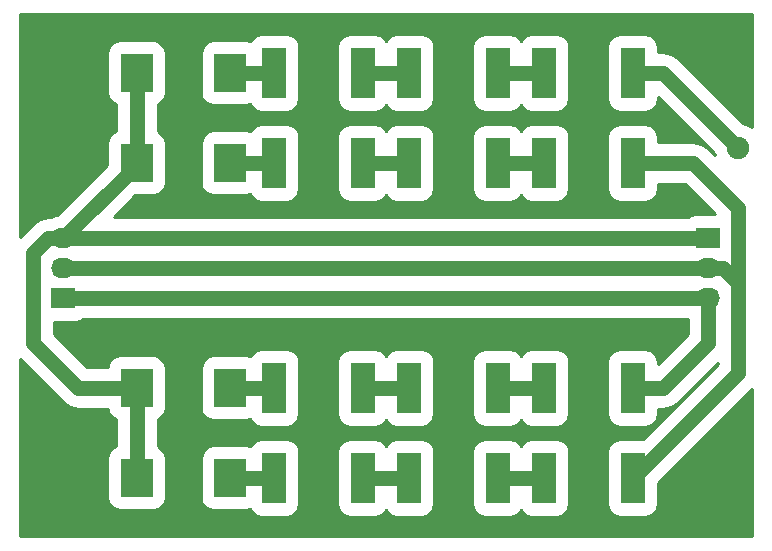
<source format=gbr>
G04 #@! TF.FileFunction,Copper,L1,Top,Signal*
%FSLAX46Y46*%
G04 Gerber Fmt 4.6, Leading zero omitted, Abs format (unit mm)*
G04 Created by KiCad (PCBNEW 4.0.1-stable) date Tuesday, February 02, 2016 'pmt' 10:50:14 pm*
%MOMM*%
G01*
G04 APERTURE LIST*
%ADD10C,0.100000*%
%ADD11R,2.032000X1.727200*%
%ADD12O,2.032000X1.727200*%
%ADD13R,2.700000X3.200000*%
%ADD14R,1.100000X4.300000*%
%ADD15R,2.000000X4.300000*%
%ADD16C,3.000000*%
%ADD17C,5.000000*%
%ADD18C,1.905000*%
%ADD19C,1.270000*%
%ADD20C,0.254000*%
G04 APERTURE END LIST*
D10*
D11*
X134620000Y-101600000D03*
D12*
X134620000Y-99060000D03*
X134620000Y-96520000D03*
D11*
X189230000Y-96520000D03*
D12*
X189230000Y-99060000D03*
X189230000Y-101600000D03*
D13*
X140830000Y-82550000D03*
X148730000Y-82550000D03*
X140830000Y-109220000D03*
X148730000Y-109220000D03*
X140830000Y-90170000D03*
X148730000Y-90170000D03*
X140830000Y-116840000D03*
X148730000Y-116840000D03*
D14*
X156210000Y-109220000D03*
D15*
X152460000Y-109220000D03*
X159960000Y-109220000D03*
D16*
X156210000Y-109220000D03*
D14*
X156210000Y-116840000D03*
D15*
X152460000Y-116840000D03*
X159960000Y-116840000D03*
D16*
X156210000Y-116840000D03*
D14*
X167640000Y-116840000D03*
D15*
X163890000Y-116840000D03*
X171390000Y-116840000D03*
D16*
X167640000Y-116840000D03*
D14*
X167640000Y-109220000D03*
D15*
X163890000Y-109220000D03*
X171390000Y-109220000D03*
D16*
X167640000Y-109220000D03*
D14*
X179070000Y-109220000D03*
D15*
X175320000Y-109220000D03*
X182820000Y-109220000D03*
D16*
X179070000Y-109220000D03*
D14*
X179070000Y-116840000D03*
D15*
X175320000Y-116840000D03*
X182820000Y-116840000D03*
D16*
X179070000Y-116840000D03*
D14*
X179070000Y-82550000D03*
D15*
X175320000Y-82550000D03*
X182820000Y-82550000D03*
D16*
X179070000Y-82550000D03*
D14*
X179070000Y-90170000D03*
D15*
X175320000Y-90170000D03*
X182820000Y-90170000D03*
D16*
X179070000Y-90170000D03*
D14*
X167640000Y-90170000D03*
D15*
X163890000Y-90170000D03*
X171390000Y-90170000D03*
D16*
X167640000Y-90170000D03*
D14*
X167640000Y-82550000D03*
D15*
X163890000Y-82550000D03*
X171390000Y-82550000D03*
D16*
X167640000Y-82550000D03*
D14*
X156210000Y-82550000D03*
D15*
X152460000Y-82550000D03*
X159960000Y-82550000D03*
D16*
X156210000Y-82550000D03*
D14*
X156210000Y-90170000D03*
D15*
X152460000Y-90170000D03*
X159960000Y-90170000D03*
D16*
X156210000Y-90170000D03*
D17*
X133350000Y-119380000D03*
X190500000Y-119380000D03*
X133350000Y-80010000D03*
X190500000Y-80010000D03*
D18*
X191770000Y-88900000D03*
D19*
X152460000Y-82550000D02*
X148730000Y-82550000D01*
X163890000Y-82550000D02*
X159960000Y-82550000D01*
X175320000Y-82550000D02*
X171390000Y-82550000D01*
X185420000Y-82550000D02*
X182820000Y-82550000D01*
X191770000Y-88900000D02*
X185420000Y-82550000D01*
X182820000Y-83760000D02*
X182820000Y-82550000D01*
X182820000Y-109220000D02*
X185420000Y-109220000D01*
X189230000Y-105410000D02*
X189230000Y-101600000D01*
X185420000Y-109220000D02*
X189230000Y-105410000D01*
X134620000Y-101600000D02*
X189230000Y-101600000D01*
X148730000Y-109220000D02*
X152460000Y-109220000D01*
X159960000Y-109220000D02*
X163890000Y-109220000D01*
X171390000Y-109220000D02*
X175320000Y-109220000D01*
X148730000Y-90170000D02*
X152460000Y-90170000D01*
X159960000Y-90170000D02*
X163890000Y-90170000D01*
X171390000Y-90170000D02*
X175320000Y-90170000D01*
X182820000Y-90170000D02*
X187960000Y-90170000D01*
X191770000Y-93980000D02*
X191770000Y-100330000D01*
X187960000Y-90170000D02*
X191770000Y-93980000D01*
X182820000Y-116840000D02*
X182880000Y-116840000D01*
X182880000Y-116840000D02*
X191770000Y-107950000D01*
X191770000Y-107950000D02*
X191770000Y-100330000D01*
X191770000Y-100330000D02*
X190500000Y-99060000D01*
X190500000Y-99060000D02*
X189230000Y-99060000D01*
X189230000Y-99060000D02*
X134620000Y-99060000D01*
X152460000Y-116840000D02*
X148730000Y-116840000D01*
X163890000Y-116840000D02*
X159960000Y-116840000D01*
X175320000Y-116840000D02*
X171390000Y-116840000D01*
X140830000Y-90170000D02*
X140830000Y-90310000D01*
X140830000Y-90310000D02*
X134620000Y-96520000D01*
X140830000Y-109220000D02*
X135890000Y-109220000D01*
X133350000Y-96520000D02*
X134620000Y-96520000D01*
X132080000Y-97790000D02*
X133350000Y-96520000D01*
X132080000Y-105410000D02*
X132080000Y-97790000D01*
X135890000Y-109220000D02*
X132080000Y-105410000D01*
X140830000Y-116840000D02*
X140830000Y-109220000D01*
X140830000Y-82550000D02*
X140830000Y-90170000D01*
X189230000Y-96520000D02*
X134620000Y-96520000D01*
D20*
G36*
X187468000Y-104680156D02*
X184969079Y-107179077D01*
X184969079Y-107070000D01*
X184890494Y-106652359D01*
X184643669Y-106268781D01*
X184267056Y-106011452D01*
X183820000Y-105920921D01*
X181820000Y-105920921D01*
X181402359Y-105999506D01*
X181018781Y-106246331D01*
X180761452Y-106622944D01*
X180670921Y-107070000D01*
X180670921Y-111370000D01*
X180749506Y-111787641D01*
X180996331Y-112171219D01*
X181372944Y-112428548D01*
X181820000Y-112519079D01*
X183820000Y-112519079D01*
X184237641Y-112440494D01*
X184621219Y-112193669D01*
X184878548Y-111817056D01*
X184969079Y-111370000D01*
X184969079Y-110982000D01*
X185420000Y-110982000D01*
X186094289Y-110847876D01*
X186665922Y-110465922D01*
X190008000Y-107123844D01*
X190008000Y-107220156D01*
X183687235Y-113540921D01*
X181820000Y-113540921D01*
X181402359Y-113619506D01*
X181018781Y-113866331D01*
X180761452Y-114242944D01*
X180670921Y-114690000D01*
X180670921Y-118990000D01*
X180749506Y-119407641D01*
X180996331Y-119791219D01*
X181372944Y-120048548D01*
X181820000Y-120139079D01*
X183820000Y-120139079D01*
X184237641Y-120060494D01*
X184621219Y-119813669D01*
X184878548Y-119437056D01*
X184969079Y-118990000D01*
X184969079Y-117242765D01*
X192913000Y-109298844D01*
X192913000Y-121793000D01*
X130937000Y-121793000D01*
X130937000Y-106758844D01*
X134644078Y-110465922D01*
X135215712Y-110847876D01*
X135890000Y-110982000D01*
X138361404Y-110982000D01*
X138409506Y-111237641D01*
X138656331Y-111621219D01*
X139032944Y-111878548D01*
X139068000Y-111885647D01*
X139068000Y-114168445D01*
X139062359Y-114169506D01*
X138678781Y-114416331D01*
X138421452Y-114792944D01*
X138330921Y-115240000D01*
X138330921Y-118440000D01*
X138409506Y-118857641D01*
X138656331Y-119241219D01*
X139032944Y-119498548D01*
X139480000Y-119589079D01*
X142180000Y-119589079D01*
X142597641Y-119510494D01*
X142981219Y-119263669D01*
X143238548Y-118887056D01*
X143329079Y-118440000D01*
X143329079Y-115240000D01*
X146230921Y-115240000D01*
X146230921Y-118440000D01*
X146309506Y-118857641D01*
X146556331Y-119241219D01*
X146932944Y-119498548D01*
X147380000Y-119589079D01*
X150080000Y-119589079D01*
X150460221Y-119517535D01*
X150636331Y-119791219D01*
X151012944Y-120048548D01*
X151460000Y-120139079D01*
X153460000Y-120139079D01*
X153877641Y-120060494D01*
X154261219Y-119813669D01*
X154518548Y-119437056D01*
X154609079Y-118990000D01*
X154609079Y-114690000D01*
X157810921Y-114690000D01*
X157810921Y-118990000D01*
X157889506Y-119407641D01*
X158136331Y-119791219D01*
X158512944Y-120048548D01*
X158960000Y-120139079D01*
X160960000Y-120139079D01*
X161377641Y-120060494D01*
X161761219Y-119813669D01*
X161925790Y-119572812D01*
X162066331Y-119791219D01*
X162442944Y-120048548D01*
X162890000Y-120139079D01*
X164890000Y-120139079D01*
X165307641Y-120060494D01*
X165691219Y-119813669D01*
X165948548Y-119437056D01*
X166039079Y-118990000D01*
X166039079Y-114690000D01*
X169240921Y-114690000D01*
X169240921Y-118990000D01*
X169319506Y-119407641D01*
X169566331Y-119791219D01*
X169942944Y-120048548D01*
X170390000Y-120139079D01*
X172390000Y-120139079D01*
X172807641Y-120060494D01*
X173191219Y-119813669D01*
X173355790Y-119572812D01*
X173496331Y-119791219D01*
X173872944Y-120048548D01*
X174320000Y-120139079D01*
X176320000Y-120139079D01*
X176737641Y-120060494D01*
X177121219Y-119813669D01*
X177378548Y-119437056D01*
X177469079Y-118990000D01*
X177469079Y-114690000D01*
X177390494Y-114272359D01*
X177143669Y-113888781D01*
X176767056Y-113631452D01*
X176320000Y-113540921D01*
X174320000Y-113540921D01*
X173902359Y-113619506D01*
X173518781Y-113866331D01*
X173354210Y-114107188D01*
X173213669Y-113888781D01*
X172837056Y-113631452D01*
X172390000Y-113540921D01*
X170390000Y-113540921D01*
X169972359Y-113619506D01*
X169588781Y-113866331D01*
X169331452Y-114242944D01*
X169240921Y-114690000D01*
X166039079Y-114690000D01*
X165960494Y-114272359D01*
X165713669Y-113888781D01*
X165337056Y-113631452D01*
X164890000Y-113540921D01*
X162890000Y-113540921D01*
X162472359Y-113619506D01*
X162088781Y-113866331D01*
X161924210Y-114107188D01*
X161783669Y-113888781D01*
X161407056Y-113631452D01*
X160960000Y-113540921D01*
X158960000Y-113540921D01*
X158542359Y-113619506D01*
X158158781Y-113866331D01*
X157901452Y-114242944D01*
X157810921Y-114690000D01*
X154609079Y-114690000D01*
X154530494Y-114272359D01*
X154283669Y-113888781D01*
X153907056Y-113631452D01*
X153460000Y-113540921D01*
X151460000Y-113540921D01*
X151042359Y-113619506D01*
X150658781Y-113866331D01*
X150453628Y-114166582D01*
X150080000Y-114090921D01*
X147380000Y-114090921D01*
X146962359Y-114169506D01*
X146578781Y-114416331D01*
X146321452Y-114792944D01*
X146230921Y-115240000D01*
X143329079Y-115240000D01*
X143250494Y-114822359D01*
X143003669Y-114438781D01*
X142627056Y-114181452D01*
X142592000Y-114174353D01*
X142592000Y-111891555D01*
X142597641Y-111890494D01*
X142981219Y-111643669D01*
X143238548Y-111267056D01*
X143329079Y-110820000D01*
X143329079Y-107620000D01*
X146230921Y-107620000D01*
X146230921Y-110820000D01*
X146309506Y-111237641D01*
X146556331Y-111621219D01*
X146932944Y-111878548D01*
X147380000Y-111969079D01*
X150080000Y-111969079D01*
X150460221Y-111897535D01*
X150636331Y-112171219D01*
X151012944Y-112428548D01*
X151460000Y-112519079D01*
X153460000Y-112519079D01*
X153877641Y-112440494D01*
X154261219Y-112193669D01*
X154518548Y-111817056D01*
X154609079Y-111370000D01*
X154609079Y-107070000D01*
X157810921Y-107070000D01*
X157810921Y-111370000D01*
X157889506Y-111787641D01*
X158136331Y-112171219D01*
X158512944Y-112428548D01*
X158960000Y-112519079D01*
X160960000Y-112519079D01*
X161377641Y-112440494D01*
X161761219Y-112193669D01*
X161925790Y-111952812D01*
X162066331Y-112171219D01*
X162442944Y-112428548D01*
X162890000Y-112519079D01*
X164890000Y-112519079D01*
X165307641Y-112440494D01*
X165691219Y-112193669D01*
X165948548Y-111817056D01*
X166039079Y-111370000D01*
X166039079Y-107070000D01*
X169240921Y-107070000D01*
X169240921Y-111370000D01*
X169319506Y-111787641D01*
X169566331Y-112171219D01*
X169942944Y-112428548D01*
X170390000Y-112519079D01*
X172390000Y-112519079D01*
X172807641Y-112440494D01*
X173191219Y-112193669D01*
X173355790Y-111952812D01*
X173496331Y-112171219D01*
X173872944Y-112428548D01*
X174320000Y-112519079D01*
X176320000Y-112519079D01*
X176737641Y-112440494D01*
X177121219Y-112193669D01*
X177378548Y-111817056D01*
X177469079Y-111370000D01*
X177469079Y-107070000D01*
X177390494Y-106652359D01*
X177143669Y-106268781D01*
X176767056Y-106011452D01*
X176320000Y-105920921D01*
X174320000Y-105920921D01*
X173902359Y-105999506D01*
X173518781Y-106246331D01*
X173354210Y-106487188D01*
X173213669Y-106268781D01*
X172837056Y-106011452D01*
X172390000Y-105920921D01*
X170390000Y-105920921D01*
X169972359Y-105999506D01*
X169588781Y-106246331D01*
X169331452Y-106622944D01*
X169240921Y-107070000D01*
X166039079Y-107070000D01*
X165960494Y-106652359D01*
X165713669Y-106268781D01*
X165337056Y-106011452D01*
X164890000Y-105920921D01*
X162890000Y-105920921D01*
X162472359Y-105999506D01*
X162088781Y-106246331D01*
X161924210Y-106487188D01*
X161783669Y-106268781D01*
X161407056Y-106011452D01*
X160960000Y-105920921D01*
X158960000Y-105920921D01*
X158542359Y-105999506D01*
X158158781Y-106246331D01*
X157901452Y-106622944D01*
X157810921Y-107070000D01*
X154609079Y-107070000D01*
X154530494Y-106652359D01*
X154283669Y-106268781D01*
X153907056Y-106011452D01*
X153460000Y-105920921D01*
X151460000Y-105920921D01*
X151042359Y-105999506D01*
X150658781Y-106246331D01*
X150453628Y-106546582D01*
X150080000Y-106470921D01*
X147380000Y-106470921D01*
X146962359Y-106549506D01*
X146578781Y-106796331D01*
X146321452Y-107172944D01*
X146230921Y-107620000D01*
X143329079Y-107620000D01*
X143250494Y-107202359D01*
X143003669Y-106818781D01*
X142627056Y-106561452D01*
X142180000Y-106470921D01*
X139480000Y-106470921D01*
X139062359Y-106549506D01*
X138678781Y-106796331D01*
X138421452Y-107172944D01*
X138363727Y-107458000D01*
X136619844Y-107458000D01*
X133842000Y-104680156D01*
X133842000Y-103612679D01*
X135636000Y-103612679D01*
X136053641Y-103534094D01*
X136321083Y-103362000D01*
X187468000Y-103362000D01*
X187468000Y-104680156D01*
X187468000Y-104680156D01*
G37*
X187468000Y-104680156D02*
X184969079Y-107179077D01*
X184969079Y-107070000D01*
X184890494Y-106652359D01*
X184643669Y-106268781D01*
X184267056Y-106011452D01*
X183820000Y-105920921D01*
X181820000Y-105920921D01*
X181402359Y-105999506D01*
X181018781Y-106246331D01*
X180761452Y-106622944D01*
X180670921Y-107070000D01*
X180670921Y-111370000D01*
X180749506Y-111787641D01*
X180996331Y-112171219D01*
X181372944Y-112428548D01*
X181820000Y-112519079D01*
X183820000Y-112519079D01*
X184237641Y-112440494D01*
X184621219Y-112193669D01*
X184878548Y-111817056D01*
X184969079Y-111370000D01*
X184969079Y-110982000D01*
X185420000Y-110982000D01*
X186094289Y-110847876D01*
X186665922Y-110465922D01*
X190008000Y-107123844D01*
X190008000Y-107220156D01*
X183687235Y-113540921D01*
X181820000Y-113540921D01*
X181402359Y-113619506D01*
X181018781Y-113866331D01*
X180761452Y-114242944D01*
X180670921Y-114690000D01*
X180670921Y-118990000D01*
X180749506Y-119407641D01*
X180996331Y-119791219D01*
X181372944Y-120048548D01*
X181820000Y-120139079D01*
X183820000Y-120139079D01*
X184237641Y-120060494D01*
X184621219Y-119813669D01*
X184878548Y-119437056D01*
X184969079Y-118990000D01*
X184969079Y-117242765D01*
X192913000Y-109298844D01*
X192913000Y-121793000D01*
X130937000Y-121793000D01*
X130937000Y-106758844D01*
X134644078Y-110465922D01*
X135215712Y-110847876D01*
X135890000Y-110982000D01*
X138361404Y-110982000D01*
X138409506Y-111237641D01*
X138656331Y-111621219D01*
X139032944Y-111878548D01*
X139068000Y-111885647D01*
X139068000Y-114168445D01*
X139062359Y-114169506D01*
X138678781Y-114416331D01*
X138421452Y-114792944D01*
X138330921Y-115240000D01*
X138330921Y-118440000D01*
X138409506Y-118857641D01*
X138656331Y-119241219D01*
X139032944Y-119498548D01*
X139480000Y-119589079D01*
X142180000Y-119589079D01*
X142597641Y-119510494D01*
X142981219Y-119263669D01*
X143238548Y-118887056D01*
X143329079Y-118440000D01*
X143329079Y-115240000D01*
X146230921Y-115240000D01*
X146230921Y-118440000D01*
X146309506Y-118857641D01*
X146556331Y-119241219D01*
X146932944Y-119498548D01*
X147380000Y-119589079D01*
X150080000Y-119589079D01*
X150460221Y-119517535D01*
X150636331Y-119791219D01*
X151012944Y-120048548D01*
X151460000Y-120139079D01*
X153460000Y-120139079D01*
X153877641Y-120060494D01*
X154261219Y-119813669D01*
X154518548Y-119437056D01*
X154609079Y-118990000D01*
X154609079Y-114690000D01*
X157810921Y-114690000D01*
X157810921Y-118990000D01*
X157889506Y-119407641D01*
X158136331Y-119791219D01*
X158512944Y-120048548D01*
X158960000Y-120139079D01*
X160960000Y-120139079D01*
X161377641Y-120060494D01*
X161761219Y-119813669D01*
X161925790Y-119572812D01*
X162066331Y-119791219D01*
X162442944Y-120048548D01*
X162890000Y-120139079D01*
X164890000Y-120139079D01*
X165307641Y-120060494D01*
X165691219Y-119813669D01*
X165948548Y-119437056D01*
X166039079Y-118990000D01*
X166039079Y-114690000D01*
X169240921Y-114690000D01*
X169240921Y-118990000D01*
X169319506Y-119407641D01*
X169566331Y-119791219D01*
X169942944Y-120048548D01*
X170390000Y-120139079D01*
X172390000Y-120139079D01*
X172807641Y-120060494D01*
X173191219Y-119813669D01*
X173355790Y-119572812D01*
X173496331Y-119791219D01*
X173872944Y-120048548D01*
X174320000Y-120139079D01*
X176320000Y-120139079D01*
X176737641Y-120060494D01*
X177121219Y-119813669D01*
X177378548Y-119437056D01*
X177469079Y-118990000D01*
X177469079Y-114690000D01*
X177390494Y-114272359D01*
X177143669Y-113888781D01*
X176767056Y-113631452D01*
X176320000Y-113540921D01*
X174320000Y-113540921D01*
X173902359Y-113619506D01*
X173518781Y-113866331D01*
X173354210Y-114107188D01*
X173213669Y-113888781D01*
X172837056Y-113631452D01*
X172390000Y-113540921D01*
X170390000Y-113540921D01*
X169972359Y-113619506D01*
X169588781Y-113866331D01*
X169331452Y-114242944D01*
X169240921Y-114690000D01*
X166039079Y-114690000D01*
X165960494Y-114272359D01*
X165713669Y-113888781D01*
X165337056Y-113631452D01*
X164890000Y-113540921D01*
X162890000Y-113540921D01*
X162472359Y-113619506D01*
X162088781Y-113866331D01*
X161924210Y-114107188D01*
X161783669Y-113888781D01*
X161407056Y-113631452D01*
X160960000Y-113540921D01*
X158960000Y-113540921D01*
X158542359Y-113619506D01*
X158158781Y-113866331D01*
X157901452Y-114242944D01*
X157810921Y-114690000D01*
X154609079Y-114690000D01*
X154530494Y-114272359D01*
X154283669Y-113888781D01*
X153907056Y-113631452D01*
X153460000Y-113540921D01*
X151460000Y-113540921D01*
X151042359Y-113619506D01*
X150658781Y-113866331D01*
X150453628Y-114166582D01*
X150080000Y-114090921D01*
X147380000Y-114090921D01*
X146962359Y-114169506D01*
X146578781Y-114416331D01*
X146321452Y-114792944D01*
X146230921Y-115240000D01*
X143329079Y-115240000D01*
X143250494Y-114822359D01*
X143003669Y-114438781D01*
X142627056Y-114181452D01*
X142592000Y-114174353D01*
X142592000Y-111891555D01*
X142597641Y-111890494D01*
X142981219Y-111643669D01*
X143238548Y-111267056D01*
X143329079Y-110820000D01*
X143329079Y-107620000D01*
X146230921Y-107620000D01*
X146230921Y-110820000D01*
X146309506Y-111237641D01*
X146556331Y-111621219D01*
X146932944Y-111878548D01*
X147380000Y-111969079D01*
X150080000Y-111969079D01*
X150460221Y-111897535D01*
X150636331Y-112171219D01*
X151012944Y-112428548D01*
X151460000Y-112519079D01*
X153460000Y-112519079D01*
X153877641Y-112440494D01*
X154261219Y-112193669D01*
X154518548Y-111817056D01*
X154609079Y-111370000D01*
X154609079Y-107070000D01*
X157810921Y-107070000D01*
X157810921Y-111370000D01*
X157889506Y-111787641D01*
X158136331Y-112171219D01*
X158512944Y-112428548D01*
X158960000Y-112519079D01*
X160960000Y-112519079D01*
X161377641Y-112440494D01*
X161761219Y-112193669D01*
X161925790Y-111952812D01*
X162066331Y-112171219D01*
X162442944Y-112428548D01*
X162890000Y-112519079D01*
X164890000Y-112519079D01*
X165307641Y-112440494D01*
X165691219Y-112193669D01*
X165948548Y-111817056D01*
X166039079Y-111370000D01*
X166039079Y-107070000D01*
X169240921Y-107070000D01*
X169240921Y-111370000D01*
X169319506Y-111787641D01*
X169566331Y-112171219D01*
X169942944Y-112428548D01*
X170390000Y-112519079D01*
X172390000Y-112519079D01*
X172807641Y-112440494D01*
X173191219Y-112193669D01*
X173355790Y-111952812D01*
X173496331Y-112171219D01*
X173872944Y-112428548D01*
X174320000Y-112519079D01*
X176320000Y-112519079D01*
X176737641Y-112440494D01*
X177121219Y-112193669D01*
X177378548Y-111817056D01*
X177469079Y-111370000D01*
X177469079Y-107070000D01*
X177390494Y-106652359D01*
X177143669Y-106268781D01*
X176767056Y-106011452D01*
X176320000Y-105920921D01*
X174320000Y-105920921D01*
X173902359Y-105999506D01*
X173518781Y-106246331D01*
X173354210Y-106487188D01*
X173213669Y-106268781D01*
X172837056Y-106011452D01*
X172390000Y-105920921D01*
X170390000Y-105920921D01*
X169972359Y-105999506D01*
X169588781Y-106246331D01*
X169331452Y-106622944D01*
X169240921Y-107070000D01*
X166039079Y-107070000D01*
X165960494Y-106652359D01*
X165713669Y-106268781D01*
X165337056Y-106011452D01*
X164890000Y-105920921D01*
X162890000Y-105920921D01*
X162472359Y-105999506D01*
X162088781Y-106246331D01*
X161924210Y-106487188D01*
X161783669Y-106268781D01*
X161407056Y-106011452D01*
X160960000Y-105920921D01*
X158960000Y-105920921D01*
X158542359Y-105999506D01*
X158158781Y-106246331D01*
X157901452Y-106622944D01*
X157810921Y-107070000D01*
X154609079Y-107070000D01*
X154530494Y-106652359D01*
X154283669Y-106268781D01*
X153907056Y-106011452D01*
X153460000Y-105920921D01*
X151460000Y-105920921D01*
X151042359Y-105999506D01*
X150658781Y-106246331D01*
X150453628Y-106546582D01*
X150080000Y-106470921D01*
X147380000Y-106470921D01*
X146962359Y-106549506D01*
X146578781Y-106796331D01*
X146321452Y-107172944D01*
X146230921Y-107620000D01*
X143329079Y-107620000D01*
X143250494Y-107202359D01*
X143003669Y-106818781D01*
X142627056Y-106561452D01*
X142180000Y-106470921D01*
X139480000Y-106470921D01*
X139062359Y-106549506D01*
X138678781Y-106796331D01*
X138421452Y-107172944D01*
X138363727Y-107458000D01*
X136619844Y-107458000D01*
X133842000Y-104680156D01*
X133842000Y-103612679D01*
X135636000Y-103612679D01*
X136053641Y-103534094D01*
X136321083Y-103362000D01*
X187468000Y-103362000D01*
X187468000Y-104680156D01*
G36*
X192913000Y-87122965D02*
X192185453Y-86820862D01*
X192182704Y-86820860D01*
X186665922Y-81304078D01*
X186094289Y-80922124D01*
X185420000Y-80788000D01*
X184969079Y-80788000D01*
X184969079Y-80400000D01*
X184890494Y-79982359D01*
X184643669Y-79598781D01*
X184267056Y-79341452D01*
X183820000Y-79250921D01*
X181820000Y-79250921D01*
X181402359Y-79329506D01*
X181018781Y-79576331D01*
X180761452Y-79952944D01*
X180670921Y-80400000D01*
X180670921Y-84700000D01*
X180749506Y-85117641D01*
X180996331Y-85501219D01*
X181372944Y-85758548D01*
X181820000Y-85849079D01*
X183820000Y-85849079D01*
X184237641Y-85770494D01*
X184621219Y-85523669D01*
X184878548Y-85147056D01*
X184969079Y-84700000D01*
X184969079Y-84590923D01*
X189690253Y-89312097D01*
X189758070Y-89476226D01*
X189205922Y-88924078D01*
X188634289Y-88542124D01*
X187960000Y-88408000D01*
X184969079Y-88408000D01*
X184969079Y-88020000D01*
X184890494Y-87602359D01*
X184643669Y-87218781D01*
X184267056Y-86961452D01*
X183820000Y-86870921D01*
X181820000Y-86870921D01*
X181402359Y-86949506D01*
X181018781Y-87196331D01*
X180761452Y-87572944D01*
X180670921Y-88020000D01*
X180670921Y-92320000D01*
X180749506Y-92737641D01*
X180996331Y-93121219D01*
X181372944Y-93378548D01*
X181820000Y-93469079D01*
X183820000Y-93469079D01*
X184237641Y-93390494D01*
X184621219Y-93143669D01*
X184878548Y-92767056D01*
X184969079Y-92320000D01*
X184969079Y-91932000D01*
X187230156Y-91932000D01*
X189805477Y-94507321D01*
X188214000Y-94507321D01*
X187796359Y-94585906D01*
X187528917Y-94758000D01*
X138873844Y-94758000D01*
X140712765Y-92919079D01*
X142180000Y-92919079D01*
X142597641Y-92840494D01*
X142981219Y-92593669D01*
X143238548Y-92217056D01*
X143329079Y-91770000D01*
X143329079Y-88570000D01*
X146230921Y-88570000D01*
X146230921Y-91770000D01*
X146309506Y-92187641D01*
X146556331Y-92571219D01*
X146932944Y-92828548D01*
X147380000Y-92919079D01*
X150080000Y-92919079D01*
X150460221Y-92847535D01*
X150636331Y-93121219D01*
X151012944Y-93378548D01*
X151460000Y-93469079D01*
X153460000Y-93469079D01*
X153877641Y-93390494D01*
X154261219Y-93143669D01*
X154518548Y-92767056D01*
X154609079Y-92320000D01*
X154609079Y-88020000D01*
X157810921Y-88020000D01*
X157810921Y-92320000D01*
X157889506Y-92737641D01*
X158136331Y-93121219D01*
X158512944Y-93378548D01*
X158960000Y-93469079D01*
X160960000Y-93469079D01*
X161377641Y-93390494D01*
X161761219Y-93143669D01*
X161925790Y-92902812D01*
X162066331Y-93121219D01*
X162442944Y-93378548D01*
X162890000Y-93469079D01*
X164890000Y-93469079D01*
X165307641Y-93390494D01*
X165691219Y-93143669D01*
X165948548Y-92767056D01*
X166039079Y-92320000D01*
X166039079Y-88020000D01*
X169240921Y-88020000D01*
X169240921Y-92320000D01*
X169319506Y-92737641D01*
X169566331Y-93121219D01*
X169942944Y-93378548D01*
X170390000Y-93469079D01*
X172390000Y-93469079D01*
X172807641Y-93390494D01*
X173191219Y-93143669D01*
X173355790Y-92902812D01*
X173496331Y-93121219D01*
X173872944Y-93378548D01*
X174320000Y-93469079D01*
X176320000Y-93469079D01*
X176737641Y-93390494D01*
X177121219Y-93143669D01*
X177378548Y-92767056D01*
X177469079Y-92320000D01*
X177469079Y-88020000D01*
X177390494Y-87602359D01*
X177143669Y-87218781D01*
X176767056Y-86961452D01*
X176320000Y-86870921D01*
X174320000Y-86870921D01*
X173902359Y-86949506D01*
X173518781Y-87196331D01*
X173354210Y-87437188D01*
X173213669Y-87218781D01*
X172837056Y-86961452D01*
X172390000Y-86870921D01*
X170390000Y-86870921D01*
X169972359Y-86949506D01*
X169588781Y-87196331D01*
X169331452Y-87572944D01*
X169240921Y-88020000D01*
X166039079Y-88020000D01*
X165960494Y-87602359D01*
X165713669Y-87218781D01*
X165337056Y-86961452D01*
X164890000Y-86870921D01*
X162890000Y-86870921D01*
X162472359Y-86949506D01*
X162088781Y-87196331D01*
X161924210Y-87437188D01*
X161783669Y-87218781D01*
X161407056Y-86961452D01*
X160960000Y-86870921D01*
X158960000Y-86870921D01*
X158542359Y-86949506D01*
X158158781Y-87196331D01*
X157901452Y-87572944D01*
X157810921Y-88020000D01*
X154609079Y-88020000D01*
X154530494Y-87602359D01*
X154283669Y-87218781D01*
X153907056Y-86961452D01*
X153460000Y-86870921D01*
X151460000Y-86870921D01*
X151042359Y-86949506D01*
X150658781Y-87196331D01*
X150453628Y-87496582D01*
X150080000Y-87420921D01*
X147380000Y-87420921D01*
X146962359Y-87499506D01*
X146578781Y-87746331D01*
X146321452Y-88122944D01*
X146230921Y-88570000D01*
X143329079Y-88570000D01*
X143250494Y-88152359D01*
X143003669Y-87768781D01*
X142627056Y-87511452D01*
X142592000Y-87504353D01*
X142592000Y-85221555D01*
X142597641Y-85220494D01*
X142981219Y-84973669D01*
X143238548Y-84597056D01*
X143329079Y-84150000D01*
X143329079Y-80950000D01*
X146230921Y-80950000D01*
X146230921Y-84150000D01*
X146309506Y-84567641D01*
X146556331Y-84951219D01*
X146932944Y-85208548D01*
X147380000Y-85299079D01*
X150080000Y-85299079D01*
X150460221Y-85227535D01*
X150636331Y-85501219D01*
X151012944Y-85758548D01*
X151460000Y-85849079D01*
X153460000Y-85849079D01*
X153877641Y-85770494D01*
X154261219Y-85523669D01*
X154518548Y-85147056D01*
X154609079Y-84700000D01*
X154609079Y-80400000D01*
X157810921Y-80400000D01*
X157810921Y-84700000D01*
X157889506Y-85117641D01*
X158136331Y-85501219D01*
X158512944Y-85758548D01*
X158960000Y-85849079D01*
X160960000Y-85849079D01*
X161377641Y-85770494D01*
X161761219Y-85523669D01*
X161925790Y-85282812D01*
X162066331Y-85501219D01*
X162442944Y-85758548D01*
X162890000Y-85849079D01*
X164890000Y-85849079D01*
X165307641Y-85770494D01*
X165691219Y-85523669D01*
X165948548Y-85147056D01*
X166039079Y-84700000D01*
X166039079Y-80400000D01*
X169240921Y-80400000D01*
X169240921Y-84700000D01*
X169319506Y-85117641D01*
X169566331Y-85501219D01*
X169942944Y-85758548D01*
X170390000Y-85849079D01*
X172390000Y-85849079D01*
X172807641Y-85770494D01*
X173191219Y-85523669D01*
X173355790Y-85282812D01*
X173496331Y-85501219D01*
X173872944Y-85758548D01*
X174320000Y-85849079D01*
X176320000Y-85849079D01*
X176737641Y-85770494D01*
X177121219Y-85523669D01*
X177378548Y-85147056D01*
X177469079Y-84700000D01*
X177469079Y-80400000D01*
X177390494Y-79982359D01*
X177143669Y-79598781D01*
X176767056Y-79341452D01*
X176320000Y-79250921D01*
X174320000Y-79250921D01*
X173902359Y-79329506D01*
X173518781Y-79576331D01*
X173354210Y-79817188D01*
X173213669Y-79598781D01*
X172837056Y-79341452D01*
X172390000Y-79250921D01*
X170390000Y-79250921D01*
X169972359Y-79329506D01*
X169588781Y-79576331D01*
X169331452Y-79952944D01*
X169240921Y-80400000D01*
X166039079Y-80400000D01*
X165960494Y-79982359D01*
X165713669Y-79598781D01*
X165337056Y-79341452D01*
X164890000Y-79250921D01*
X162890000Y-79250921D01*
X162472359Y-79329506D01*
X162088781Y-79576331D01*
X161924210Y-79817188D01*
X161783669Y-79598781D01*
X161407056Y-79341452D01*
X160960000Y-79250921D01*
X158960000Y-79250921D01*
X158542359Y-79329506D01*
X158158781Y-79576331D01*
X157901452Y-79952944D01*
X157810921Y-80400000D01*
X154609079Y-80400000D01*
X154530494Y-79982359D01*
X154283669Y-79598781D01*
X153907056Y-79341452D01*
X153460000Y-79250921D01*
X151460000Y-79250921D01*
X151042359Y-79329506D01*
X150658781Y-79576331D01*
X150453628Y-79876582D01*
X150080000Y-79800921D01*
X147380000Y-79800921D01*
X146962359Y-79879506D01*
X146578781Y-80126331D01*
X146321452Y-80502944D01*
X146230921Y-80950000D01*
X143329079Y-80950000D01*
X143250494Y-80532359D01*
X143003669Y-80148781D01*
X142627056Y-79891452D01*
X142180000Y-79800921D01*
X139480000Y-79800921D01*
X139062359Y-79879506D01*
X138678781Y-80126331D01*
X138421452Y-80502944D01*
X138330921Y-80950000D01*
X138330921Y-84150000D01*
X138409506Y-84567641D01*
X138656331Y-84951219D01*
X139032944Y-85208548D01*
X139068000Y-85215647D01*
X139068000Y-87498445D01*
X139062359Y-87499506D01*
X138678781Y-87746331D01*
X138421452Y-88122944D01*
X138330921Y-88570000D01*
X138330921Y-90317235D01*
X134042562Y-94605594D01*
X133663846Y-94680925D01*
X133548495Y-94758000D01*
X133350000Y-94758000D01*
X132675711Y-94892124D01*
X132104078Y-95274078D01*
X130937000Y-96441156D01*
X130937000Y-77597000D01*
X192913000Y-77597000D01*
X192913000Y-87122965D01*
X192913000Y-87122965D01*
G37*
X192913000Y-87122965D02*
X192185453Y-86820862D01*
X192182704Y-86820860D01*
X186665922Y-81304078D01*
X186094289Y-80922124D01*
X185420000Y-80788000D01*
X184969079Y-80788000D01*
X184969079Y-80400000D01*
X184890494Y-79982359D01*
X184643669Y-79598781D01*
X184267056Y-79341452D01*
X183820000Y-79250921D01*
X181820000Y-79250921D01*
X181402359Y-79329506D01*
X181018781Y-79576331D01*
X180761452Y-79952944D01*
X180670921Y-80400000D01*
X180670921Y-84700000D01*
X180749506Y-85117641D01*
X180996331Y-85501219D01*
X181372944Y-85758548D01*
X181820000Y-85849079D01*
X183820000Y-85849079D01*
X184237641Y-85770494D01*
X184621219Y-85523669D01*
X184878548Y-85147056D01*
X184969079Y-84700000D01*
X184969079Y-84590923D01*
X189690253Y-89312097D01*
X189758070Y-89476226D01*
X189205922Y-88924078D01*
X188634289Y-88542124D01*
X187960000Y-88408000D01*
X184969079Y-88408000D01*
X184969079Y-88020000D01*
X184890494Y-87602359D01*
X184643669Y-87218781D01*
X184267056Y-86961452D01*
X183820000Y-86870921D01*
X181820000Y-86870921D01*
X181402359Y-86949506D01*
X181018781Y-87196331D01*
X180761452Y-87572944D01*
X180670921Y-88020000D01*
X180670921Y-92320000D01*
X180749506Y-92737641D01*
X180996331Y-93121219D01*
X181372944Y-93378548D01*
X181820000Y-93469079D01*
X183820000Y-93469079D01*
X184237641Y-93390494D01*
X184621219Y-93143669D01*
X184878548Y-92767056D01*
X184969079Y-92320000D01*
X184969079Y-91932000D01*
X187230156Y-91932000D01*
X189805477Y-94507321D01*
X188214000Y-94507321D01*
X187796359Y-94585906D01*
X187528917Y-94758000D01*
X138873844Y-94758000D01*
X140712765Y-92919079D01*
X142180000Y-92919079D01*
X142597641Y-92840494D01*
X142981219Y-92593669D01*
X143238548Y-92217056D01*
X143329079Y-91770000D01*
X143329079Y-88570000D01*
X146230921Y-88570000D01*
X146230921Y-91770000D01*
X146309506Y-92187641D01*
X146556331Y-92571219D01*
X146932944Y-92828548D01*
X147380000Y-92919079D01*
X150080000Y-92919079D01*
X150460221Y-92847535D01*
X150636331Y-93121219D01*
X151012944Y-93378548D01*
X151460000Y-93469079D01*
X153460000Y-93469079D01*
X153877641Y-93390494D01*
X154261219Y-93143669D01*
X154518548Y-92767056D01*
X154609079Y-92320000D01*
X154609079Y-88020000D01*
X157810921Y-88020000D01*
X157810921Y-92320000D01*
X157889506Y-92737641D01*
X158136331Y-93121219D01*
X158512944Y-93378548D01*
X158960000Y-93469079D01*
X160960000Y-93469079D01*
X161377641Y-93390494D01*
X161761219Y-93143669D01*
X161925790Y-92902812D01*
X162066331Y-93121219D01*
X162442944Y-93378548D01*
X162890000Y-93469079D01*
X164890000Y-93469079D01*
X165307641Y-93390494D01*
X165691219Y-93143669D01*
X165948548Y-92767056D01*
X166039079Y-92320000D01*
X166039079Y-88020000D01*
X169240921Y-88020000D01*
X169240921Y-92320000D01*
X169319506Y-92737641D01*
X169566331Y-93121219D01*
X169942944Y-93378548D01*
X170390000Y-93469079D01*
X172390000Y-93469079D01*
X172807641Y-93390494D01*
X173191219Y-93143669D01*
X173355790Y-92902812D01*
X173496331Y-93121219D01*
X173872944Y-93378548D01*
X174320000Y-93469079D01*
X176320000Y-93469079D01*
X176737641Y-93390494D01*
X177121219Y-93143669D01*
X177378548Y-92767056D01*
X177469079Y-92320000D01*
X177469079Y-88020000D01*
X177390494Y-87602359D01*
X177143669Y-87218781D01*
X176767056Y-86961452D01*
X176320000Y-86870921D01*
X174320000Y-86870921D01*
X173902359Y-86949506D01*
X173518781Y-87196331D01*
X173354210Y-87437188D01*
X173213669Y-87218781D01*
X172837056Y-86961452D01*
X172390000Y-86870921D01*
X170390000Y-86870921D01*
X169972359Y-86949506D01*
X169588781Y-87196331D01*
X169331452Y-87572944D01*
X169240921Y-88020000D01*
X166039079Y-88020000D01*
X165960494Y-87602359D01*
X165713669Y-87218781D01*
X165337056Y-86961452D01*
X164890000Y-86870921D01*
X162890000Y-86870921D01*
X162472359Y-86949506D01*
X162088781Y-87196331D01*
X161924210Y-87437188D01*
X161783669Y-87218781D01*
X161407056Y-86961452D01*
X160960000Y-86870921D01*
X158960000Y-86870921D01*
X158542359Y-86949506D01*
X158158781Y-87196331D01*
X157901452Y-87572944D01*
X157810921Y-88020000D01*
X154609079Y-88020000D01*
X154530494Y-87602359D01*
X154283669Y-87218781D01*
X153907056Y-86961452D01*
X153460000Y-86870921D01*
X151460000Y-86870921D01*
X151042359Y-86949506D01*
X150658781Y-87196331D01*
X150453628Y-87496582D01*
X150080000Y-87420921D01*
X147380000Y-87420921D01*
X146962359Y-87499506D01*
X146578781Y-87746331D01*
X146321452Y-88122944D01*
X146230921Y-88570000D01*
X143329079Y-88570000D01*
X143250494Y-88152359D01*
X143003669Y-87768781D01*
X142627056Y-87511452D01*
X142592000Y-87504353D01*
X142592000Y-85221555D01*
X142597641Y-85220494D01*
X142981219Y-84973669D01*
X143238548Y-84597056D01*
X143329079Y-84150000D01*
X143329079Y-80950000D01*
X146230921Y-80950000D01*
X146230921Y-84150000D01*
X146309506Y-84567641D01*
X146556331Y-84951219D01*
X146932944Y-85208548D01*
X147380000Y-85299079D01*
X150080000Y-85299079D01*
X150460221Y-85227535D01*
X150636331Y-85501219D01*
X151012944Y-85758548D01*
X151460000Y-85849079D01*
X153460000Y-85849079D01*
X153877641Y-85770494D01*
X154261219Y-85523669D01*
X154518548Y-85147056D01*
X154609079Y-84700000D01*
X154609079Y-80400000D01*
X157810921Y-80400000D01*
X157810921Y-84700000D01*
X157889506Y-85117641D01*
X158136331Y-85501219D01*
X158512944Y-85758548D01*
X158960000Y-85849079D01*
X160960000Y-85849079D01*
X161377641Y-85770494D01*
X161761219Y-85523669D01*
X161925790Y-85282812D01*
X162066331Y-85501219D01*
X162442944Y-85758548D01*
X162890000Y-85849079D01*
X164890000Y-85849079D01*
X165307641Y-85770494D01*
X165691219Y-85523669D01*
X165948548Y-85147056D01*
X166039079Y-84700000D01*
X166039079Y-80400000D01*
X169240921Y-80400000D01*
X169240921Y-84700000D01*
X169319506Y-85117641D01*
X169566331Y-85501219D01*
X169942944Y-85758548D01*
X170390000Y-85849079D01*
X172390000Y-85849079D01*
X172807641Y-85770494D01*
X173191219Y-85523669D01*
X173355790Y-85282812D01*
X173496331Y-85501219D01*
X173872944Y-85758548D01*
X174320000Y-85849079D01*
X176320000Y-85849079D01*
X176737641Y-85770494D01*
X177121219Y-85523669D01*
X177378548Y-85147056D01*
X177469079Y-84700000D01*
X177469079Y-80400000D01*
X177390494Y-79982359D01*
X177143669Y-79598781D01*
X176767056Y-79341452D01*
X176320000Y-79250921D01*
X174320000Y-79250921D01*
X173902359Y-79329506D01*
X173518781Y-79576331D01*
X173354210Y-79817188D01*
X173213669Y-79598781D01*
X172837056Y-79341452D01*
X172390000Y-79250921D01*
X170390000Y-79250921D01*
X169972359Y-79329506D01*
X169588781Y-79576331D01*
X169331452Y-79952944D01*
X169240921Y-80400000D01*
X166039079Y-80400000D01*
X165960494Y-79982359D01*
X165713669Y-79598781D01*
X165337056Y-79341452D01*
X164890000Y-79250921D01*
X162890000Y-79250921D01*
X162472359Y-79329506D01*
X162088781Y-79576331D01*
X161924210Y-79817188D01*
X161783669Y-79598781D01*
X161407056Y-79341452D01*
X160960000Y-79250921D01*
X158960000Y-79250921D01*
X158542359Y-79329506D01*
X158158781Y-79576331D01*
X157901452Y-79952944D01*
X157810921Y-80400000D01*
X154609079Y-80400000D01*
X154530494Y-79982359D01*
X154283669Y-79598781D01*
X153907056Y-79341452D01*
X153460000Y-79250921D01*
X151460000Y-79250921D01*
X151042359Y-79329506D01*
X150658781Y-79576331D01*
X150453628Y-79876582D01*
X150080000Y-79800921D01*
X147380000Y-79800921D01*
X146962359Y-79879506D01*
X146578781Y-80126331D01*
X146321452Y-80502944D01*
X146230921Y-80950000D01*
X143329079Y-80950000D01*
X143250494Y-80532359D01*
X143003669Y-80148781D01*
X142627056Y-79891452D01*
X142180000Y-79800921D01*
X139480000Y-79800921D01*
X139062359Y-79879506D01*
X138678781Y-80126331D01*
X138421452Y-80502944D01*
X138330921Y-80950000D01*
X138330921Y-84150000D01*
X138409506Y-84567641D01*
X138656331Y-84951219D01*
X139032944Y-85208548D01*
X139068000Y-85215647D01*
X139068000Y-87498445D01*
X139062359Y-87499506D01*
X138678781Y-87746331D01*
X138421452Y-88122944D01*
X138330921Y-88570000D01*
X138330921Y-90317235D01*
X134042562Y-94605594D01*
X133663846Y-94680925D01*
X133548495Y-94758000D01*
X133350000Y-94758000D01*
X132675711Y-94892124D01*
X132104078Y-95274078D01*
X130937000Y-96441156D01*
X130937000Y-77597000D01*
X192913000Y-77597000D01*
X192913000Y-87122965D01*
M02*

</source>
